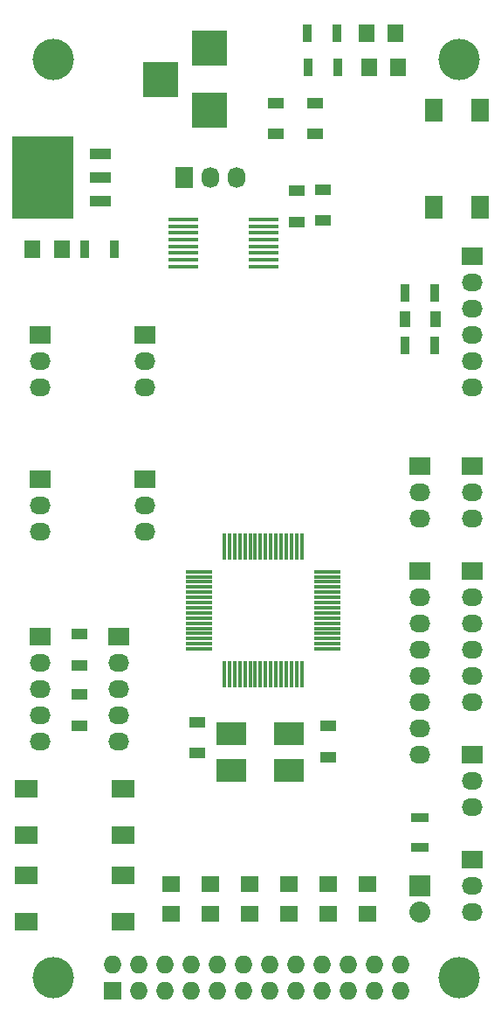
<source format=gts>
G04 #@! TF.FileFunction,Soldermask,Top*
%FSLAX46Y46*%
G04 Gerber Fmt 4.6, Leading zero omitted, Abs format (unit mm)*
G04 Created by KiCad (PCBNEW (2015-03-23 BZR 5533)-product) date Thu 07 May 2015 15:46:32 SAST*
%MOMM*%
G01*
G04 APERTURE LIST*
%ADD10C,0.100000*%
%ADD11R,1.600000X1.000000*%
%ADD12R,1.000000X1.600000*%
%ADD13R,1.800860X1.597660*%
%ADD14R,1.597660X1.800860*%
%ADD15R,1.727200X2.032000*%
%ADD16O,1.727200X2.032000*%
%ADD17R,2.032000X1.727200*%
%ADD18O,2.032000X1.727200*%
%ADD19R,2.032000X2.032000*%
%ADD20O,2.032000X2.032000*%
%ADD21R,1.700000X0.900000*%
%ADD22R,0.900000X1.700000*%
%ADD23R,6.000000X8.000000*%
%ADD24R,2.032000X1.016000*%
%ADD25R,3.000000X2.300000*%
%ADD26C,4.000000*%
%ADD27R,1.727200X1.727200*%
%ADD28O,1.727200X1.727200*%
%ADD29R,1.800000X2.300000*%
%ADD30R,2.300000X1.800000*%
%ADD31R,3.000000X0.400000*%
%ADD32R,0.300000X2.500000*%
%ADD33R,2.500000X0.300000*%
%ADD34R,3.500120X3.500120*%
G04 APERTURE END LIST*
D10*
D11*
X138430000Y-51205000D03*
X138430000Y-54205000D03*
X142240000Y-51205000D03*
X142240000Y-54205000D03*
X119380000Y-105640000D03*
X119380000Y-102640000D03*
X119380000Y-108482000D03*
X119380000Y-111482000D03*
X143002000Y-62587000D03*
X143002000Y-59587000D03*
X140462000Y-59714000D03*
X140462000Y-62714000D03*
X143510000Y-114530000D03*
X143510000Y-111530000D03*
X130810000Y-111149000D03*
X130810000Y-114149000D03*
D12*
X150900000Y-72136000D03*
X153900000Y-72136000D03*
D13*
X147320000Y-126850140D03*
X147320000Y-129689860D03*
X143510000Y-126850140D03*
X143510000Y-129689860D03*
X139700000Y-126850140D03*
X139700000Y-129689860D03*
X135890000Y-126850140D03*
X135890000Y-129689860D03*
X132080000Y-126850140D03*
X132080000Y-129689860D03*
X128270000Y-126850140D03*
X128270000Y-129689860D03*
D14*
X147424140Y-47752000D03*
X150263860Y-47752000D03*
X147170140Y-44450000D03*
X150009860Y-44450000D03*
X114785140Y-65405000D03*
X117624860Y-65405000D03*
D15*
X129540000Y-58420000D03*
D16*
X132080000Y-58420000D03*
X134620000Y-58420000D03*
D17*
X125730000Y-73660000D03*
D18*
X125730000Y-76200000D03*
X125730000Y-78740000D03*
D17*
X115570000Y-73660000D03*
D18*
X115570000Y-76200000D03*
X115570000Y-78740000D03*
D17*
X115570000Y-87630000D03*
D18*
X115570000Y-90170000D03*
X115570000Y-92710000D03*
D17*
X125730000Y-87630000D03*
D18*
X125730000Y-90170000D03*
X125730000Y-92710000D03*
D17*
X157480000Y-114300000D03*
D18*
X157480000Y-116840000D03*
X157480000Y-119380000D03*
D17*
X157480000Y-124460000D03*
D18*
X157480000Y-127000000D03*
X157480000Y-129540000D03*
D17*
X152400000Y-96520000D03*
D18*
X152400000Y-99060000D03*
X152400000Y-101600000D03*
X152400000Y-104140000D03*
X152400000Y-106680000D03*
X152400000Y-109220000D03*
X152400000Y-111760000D03*
X152400000Y-114300000D03*
D17*
X157480000Y-86360000D03*
D18*
X157480000Y-88900000D03*
X157480000Y-91440000D03*
D19*
X152400000Y-127000000D03*
D20*
X152400000Y-129540000D03*
D17*
X157480000Y-96520000D03*
D18*
X157480000Y-99060000D03*
X157480000Y-101600000D03*
X157480000Y-104140000D03*
X157480000Y-106680000D03*
X157480000Y-109220000D03*
D17*
X157480000Y-66040000D03*
D18*
X157480000Y-68580000D03*
X157480000Y-71120000D03*
X157480000Y-73660000D03*
X157480000Y-76200000D03*
X157480000Y-78740000D03*
D21*
X152400000Y-120419200D03*
X152400000Y-123319200D03*
D22*
X141552000Y-47752000D03*
X144452000Y-47752000D03*
X141425000Y-44450000D03*
X144325000Y-44450000D03*
X150950000Y-74676000D03*
X153850000Y-74676000D03*
X150950000Y-69596000D03*
X153850000Y-69596000D03*
X119835000Y-65405000D03*
X122735000Y-65405000D03*
D23*
X115808000Y-58420000D03*
D24*
X121412000Y-58420000D03*
X121412000Y-56134000D03*
X121412000Y-60706000D03*
D25*
X139706000Y-115796000D03*
X134106000Y-112296000D03*
X134106000Y-115796000D03*
X139706000Y-112296000D03*
D26*
X116840000Y-135890000D03*
X156210000Y-46990000D03*
X116840000Y-46990000D03*
X156210000Y-135890000D03*
D17*
X115570000Y-102870000D03*
D18*
X115570000Y-105410000D03*
X115570000Y-107950000D03*
X115570000Y-110490000D03*
X115570000Y-113030000D03*
D17*
X123190000Y-102870000D03*
D18*
X123190000Y-105410000D03*
X123190000Y-107950000D03*
X123190000Y-110490000D03*
X123190000Y-113030000D03*
D17*
X152400000Y-86360000D03*
D18*
X152400000Y-88900000D03*
X152400000Y-91440000D03*
D27*
X122555000Y-137160000D03*
D28*
X122555000Y-134620000D03*
X125095000Y-137160000D03*
X125095000Y-134620000D03*
X127635000Y-137160000D03*
X127635000Y-134620000D03*
X130175000Y-137160000D03*
X130175000Y-134620000D03*
X132715000Y-137160000D03*
X132715000Y-134620000D03*
X135255000Y-137160000D03*
X135255000Y-134620000D03*
X137795000Y-137160000D03*
X137795000Y-134620000D03*
X140335000Y-137160000D03*
X140335000Y-134620000D03*
X142875000Y-137160000D03*
X142875000Y-134620000D03*
X145415000Y-137160000D03*
X145415000Y-134620000D03*
X147955000Y-137160000D03*
X147955000Y-134620000D03*
X150495000Y-137160000D03*
X150495000Y-134620000D03*
D29*
X158206000Y-61342000D03*
X153706000Y-61342000D03*
X153706000Y-51942000D03*
X158206000Y-51942000D03*
D30*
X114172000Y-130520000D03*
X114172000Y-126020000D03*
X123572000Y-126020000D03*
X123572000Y-130520000D03*
X123572000Y-117638000D03*
X123572000Y-122138000D03*
X114172000Y-122138000D03*
X114172000Y-117638000D03*
D31*
X129450000Y-62495000D03*
X129450000Y-63145000D03*
X129450000Y-63795000D03*
X129450000Y-64445000D03*
X129450000Y-65095000D03*
X129450000Y-65745000D03*
X129450000Y-66395000D03*
X129450000Y-67045000D03*
X137250000Y-67045000D03*
X137250000Y-66395000D03*
X137250000Y-65745000D03*
X137250000Y-65095000D03*
X137250000Y-64445000D03*
X137250000Y-63795000D03*
X137250000Y-63145000D03*
X137250000Y-62495000D03*
D32*
X140910000Y-94130000D03*
X140410000Y-94130000D03*
X139910000Y-94130000D03*
X139410000Y-94130000D03*
X138910000Y-94130000D03*
X138410000Y-94130000D03*
X137910000Y-94130000D03*
X137410000Y-94130000D03*
X136910000Y-94130000D03*
X136410000Y-94130000D03*
X135910000Y-94130000D03*
X135410000Y-94130000D03*
X134910000Y-94130000D03*
X134410000Y-94130000D03*
X133910000Y-94130000D03*
X133410000Y-94130000D03*
D33*
X130960000Y-96580000D03*
X130960000Y-97080000D03*
X130960000Y-97580000D03*
X130960000Y-98080000D03*
X130960000Y-98580000D03*
X130960000Y-99080000D03*
X130960000Y-99580000D03*
X130960000Y-100080000D03*
X130960000Y-100580000D03*
X130960000Y-101080000D03*
X130960000Y-101580000D03*
X130960000Y-102080000D03*
X130960000Y-102580000D03*
X130960000Y-103080000D03*
X130960000Y-103580000D03*
X130960000Y-104080000D03*
D32*
X133410000Y-106530000D03*
X133910000Y-106530000D03*
X134410000Y-106530000D03*
X134910000Y-106530000D03*
X135410000Y-106530000D03*
X135910000Y-106530000D03*
X136410000Y-106530000D03*
X136910000Y-106530000D03*
X137410000Y-106530000D03*
X137910000Y-106530000D03*
X138410000Y-106530000D03*
X138910000Y-106530000D03*
X139410000Y-106530000D03*
X139910000Y-106530000D03*
X140410000Y-106530000D03*
X140910000Y-106530000D03*
D33*
X143360000Y-104080000D03*
X143360000Y-103580000D03*
X143360000Y-103080000D03*
X143360000Y-102580000D03*
X143360000Y-102080000D03*
X143360000Y-101580000D03*
X143360000Y-101080000D03*
X143360000Y-100580000D03*
X143360000Y-100080000D03*
X143360000Y-99580000D03*
X143360000Y-99080000D03*
X143360000Y-98580000D03*
X143360000Y-98080000D03*
X143360000Y-97580000D03*
X143360000Y-97080000D03*
X143360000Y-96580000D03*
D34*
X131953000Y-51920140D03*
X131953000Y-45920660D03*
X127254000Y-48920400D03*
M02*

</source>
